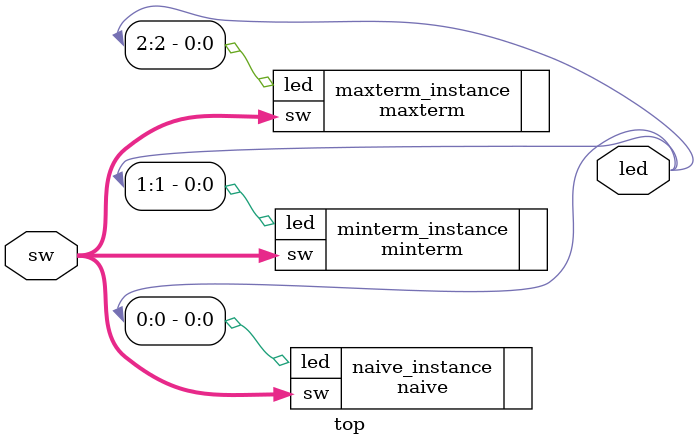
<source format=v>
module top (
    input [3:0] sw,
    output [2:0] led
);

    naive naive_instance(
        .sw(sw),
        .led(led[0])
    );
    
    minterm minterm_instance(
        .sw(sw),
        .led(led[1])
    );
    
    maxterm maxterm_instance(
        .sw(sw),
        .led(led[2])
    );
    
    endmodule

</source>
